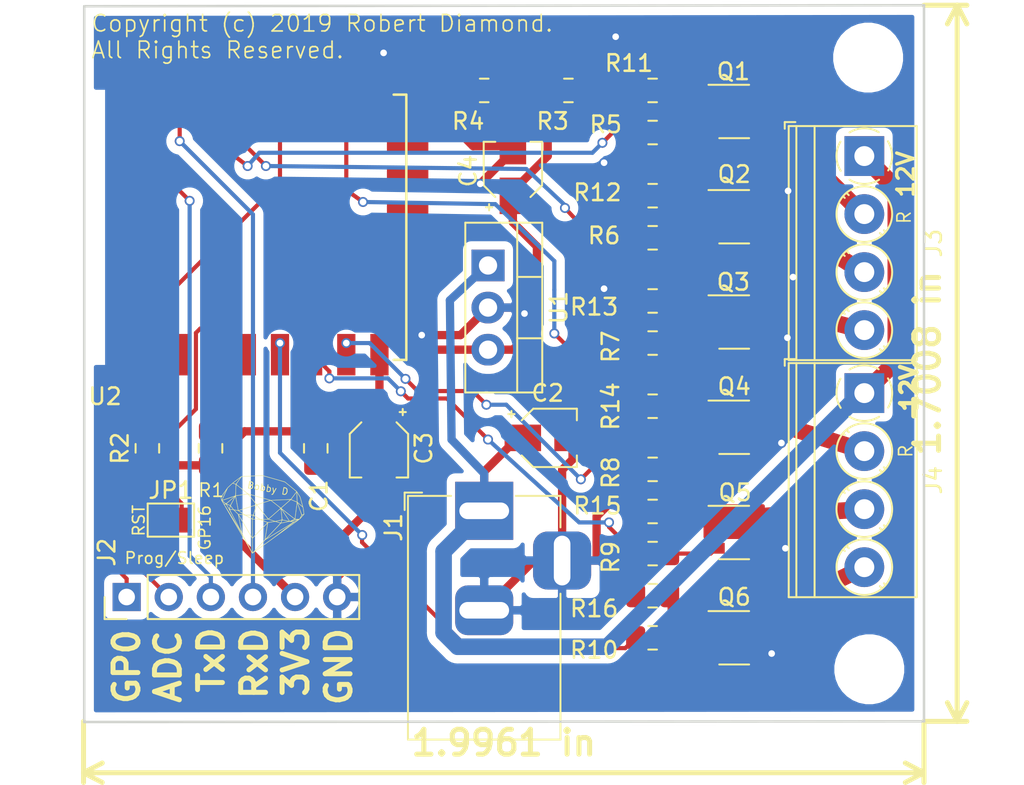
<source format=kicad_pcb>
(kicad_pcb (version 20171130) (host pcbnew 5.1.4-e60b266~84~ubuntu19.04.1)
  (layers (0 F.Cu signal) (31 B.Cu signal) (34 B.Paste user hide) (35 F.Paste user hide) (36 B.SilkS user) (37 F.SilkS user) (38 B.Mask user) (39 F.Mask user hide) (44 Edge.Cuts user))
  (net 0 "")
  (net 1 +3V3)
  (net 2 GND)
  (net 3 +12V)
  (net 4 ADC)
  (net 5 TxD)
  (net 6 RxD)
  (net 7 "Net-(J3-Pad4)")
  (net 8 "Net-(J3-Pad2)")
  (net 9 "Net-(J3-Pad3)")
  (net 10 "Net-(J4-Pad4)")
  (net 11 "Net-(J4-Pad2)")
  (net 12 "Net-(J4-Pad3)")
  (net 13 "Net-(R1-Pad2)")
  (net 14 GPIO0)
  (net 15 GPIO2)
  (net 16 Red1)
  (net 17 Green1)
  (net 18 Blue1)
  (net 19 Red2)
  (net 20 Green2)
  (net 21 Blue2)
  (net 22 "Net-(Q1-Pad3)")
  (net 23 "Net-(Q2-Pad3)")
  (net 24 "Net-(Q3-Pad3)")
  (net 25 "Net-(Q4-Pad3)")
  (net 26 "Net-(Q5-Pad3)")
  (net 27 "Net-(Q6-Pad3)")
  (net 28 "Net-(JP1-Pad2)")
  (net 29 "Net-(JP1-Pad1)")
  (module MountingHole:MountingHole_3.2mm_M3 (layer F.Cu) (at 189.6 100.96)
    (fp_text reference REF** hide)
    (fp_text value MountingHole_3.2mm_M3 hide)
    (pad 1 np_thru_hole circle (at 0 0) (size 3.2 3.2) (drill 3.2) (layers *.Cu *.Mask))
  )
  (module MountingHole:MountingHole_3.2mm_M3 (layer F.Cu) (at 189.53 64.06)
    (fp_text reference REF** hide)
    (fp_text value MountingHole_3.2mm_M3 hide)
    (pad 1 np_thru_hole circle (at 0 0) (size 3.2 3.2) (drill 3.2) (layers *.Cu *.Mask))
  )
  (module logo:diamond (layer F.Cu) (at 152.99 91.61)
    (fp_text reference G*** hide)
    (fp_text value LOGO hide)
  )
  (module Package_TO_SOT_SMD:SOT-23-6 (layer F.Cu) (at 181.45 67.31)
    (fp_text reference Q1 (at -0.05 -2.41) (layer F.SilkS))
    (fp_text value PMN20EN)
    (pad 5 smd rect (at 1.1 0) (size 1.06 0.65) (layers F.Cu F.Paste F.Mask) (net 8 "Net-(J3-Pad2)"))
    (pad 6 smd rect (at 1.1 -0.95) (size 1.06 0.65) (layers F.Cu F.Paste F.Mask) (net 8 "Net-(J3-Pad2)"))
    (pad 4 smd rect (at 1.1 0.95) (size 1.06 0.65) (layers F.Cu F.Paste F.Mask) (net 2 GND))
    (pad 3 smd rect (at -1.1 0.95) (size 1.06 0.65) (layers F.Cu F.Paste F.Mask) (net 22 "Net-(Q1-Pad3)"))
    (pad 2 smd rect (at -1.1 0) (size 1.06 0.65) (layers F.Cu F.Paste F.Mask) (net 8 "Net-(J3-Pad2)"))
    (pad 1 smd rect (at -1.1 -0.95) (size 1.06 0.65) (layers F.Cu F.Paste F.Mask) (net 8 "Net-(J3-Pad2)"))
  )
  (module Package_TO_SOT_SMD:SOT-23-6 (layer F.Cu) (at 181.45 73.66)
    (fp_text reference Q2 (at 0 -2.56) (layer F.SilkS))
    (fp_text value PMN20EN)
    (pad 5 smd rect (at 1.1 0) (size 1.06 0.65) (layers F.Cu F.Paste F.Mask) (net 9 "Net-(J3-Pad3)"))
    (pad 6 smd rect (at 1.1 -0.95) (size 1.06 0.65) (layers F.Cu F.Paste F.Mask) (net 9 "Net-(J3-Pad3)"))
    (pad 4 smd rect (at 1.1 0.95) (size 1.06 0.65) (layers F.Cu F.Paste F.Mask) (net 2 GND))
    (pad 3 smd rect (at -1.1 0.95) (size 1.06 0.65) (layers F.Cu F.Paste F.Mask) (net 23 "Net-(Q2-Pad3)"))
    (pad 2 smd rect (at -1.1 0) (size 1.06 0.65) (layers F.Cu F.Paste F.Mask) (net 9 "Net-(J3-Pad3)"))
    (pad 1 smd rect (at -1.1 -0.95) (size 1.06 0.65) (layers F.Cu F.Paste F.Mask) (net 9 "Net-(J3-Pad3)"))
  )
  (module Package_TO_SOT_SMD:SOT-23-6 (layer F.Cu) (at 181.45 80.01)
    (fp_text reference Q3 (at -0.05 -2.41) (layer F.SilkS))
    (fp_text value PMN20EN)
    (pad 5 smd rect (at 1.1 0) (size 1.06 0.65) (layers F.Cu F.Paste F.Mask) (net 7 "Net-(J3-Pad4)"))
    (pad 6 smd rect (at 1.1 -0.95) (size 1.06 0.65) (layers F.Cu F.Paste F.Mask) (net 7 "Net-(J3-Pad4)"))
    (pad 4 smd rect (at 1.1 0.95) (size 1.06 0.65) (layers F.Cu F.Paste F.Mask) (net 2 GND))
    (pad 3 smd rect (at -1.1 0.95) (size 1.06 0.65) (layers F.Cu F.Paste F.Mask) (net 24 "Net-(Q3-Pad3)"))
    (pad 2 smd rect (at -1.1 0) (size 1.06 0.65) (layers F.Cu F.Paste F.Mask) (net 7 "Net-(J3-Pad4)"))
    (pad 1 smd rect (at -1.1 -0.95) (size 1.06 0.65) (layers F.Cu F.Paste F.Mask) (net 7 "Net-(J3-Pad4)"))
  )
  (module Package_TO_SOT_SMD:SOT-23-6 (layer F.Cu) (at 181.45 86.36)
    (fp_text reference Q4 (at 0 -2.46) (layer F.SilkS))
    (fp_text value PMN20EN)
    (pad 5 smd rect (at 1.1 0) (size 1.06 0.65) (layers F.Cu F.Paste F.Mask) (net 11 "Net-(J4-Pad2)"))
    (pad 6 smd rect (at 1.1 -0.95) (size 1.06 0.65) (layers F.Cu F.Paste F.Mask) (net 11 "Net-(J4-Pad2)"))
    (pad 4 smd rect (at 1.1 0.95) (size 1.06 0.65) (layers F.Cu F.Paste F.Mask) (net 2 GND))
    (pad 3 smd rect (at -1.1 0.95) (size 1.06 0.65) (layers F.Cu F.Paste F.Mask) (net 25 "Net-(Q4-Pad3)"))
    (pad 2 smd rect (at -1.1 0) (size 1.06 0.65) (layers F.Cu F.Paste F.Mask) (net 11 "Net-(J4-Pad2)"))
    (pad 1 smd rect (at -1.1 -0.95) (size 1.06 0.65) (layers F.Cu F.Paste F.Mask) (net 11 "Net-(J4-Pad2)"))
  )
  (module Package_TO_SOT_SMD:SOT-23-6 (layer F.Cu) (at 181.45 92.71)
    (fp_text reference Q5 (at 0.05 -2.41) (layer F.SilkS))
    (fp_text value PMN20EN)
    (pad 5 smd rect (at 1.1 0) (size 1.06 0.65) (layers F.Cu F.Paste F.Mask) (net 12 "Net-(J4-Pad3)"))
    (pad 6 smd rect (at 1.1 -0.95) (size 1.06 0.65) (layers F.Cu F.Paste F.Mask) (net 12 "Net-(J4-Pad3)"))
    (pad 4 smd rect (at 1.1 0.95) (size 1.06 0.65) (layers F.Cu F.Paste F.Mask) (net 2 GND))
    (pad 3 smd rect (at -1.1 0.95) (size 1.06 0.65) (layers F.Cu F.Paste F.Mask) (net 26 "Net-(Q5-Pad3)"))
    (pad 2 smd rect (at -1.1 0) (size 1.06 0.65) (layers F.Cu F.Paste F.Mask) (net 12 "Net-(J4-Pad3)"))
    (pad 1 smd rect (at -1.1 -0.95) (size 1.06 0.65) (layers F.Cu F.Paste F.Mask) (net 12 "Net-(J4-Pad3)"))
  )
  (module Package_TO_SOT_SMD:SOT-23-6 (layer F.Cu) (at 181.45 99.06)
    (fp_text reference Q6 (at 0 -2.46) (layer F.SilkS))
    (fp_text value PMN20EN)
    (pad 5 smd rect (at 1.1 0) (size 1.06 0.65) (layers F.Cu F.Paste F.Mask) (net 10 "Net-(J4-Pad4)"))
    (pad 6 smd rect (at 1.1 -0.95) (size 1.06 0.65) (layers F.Cu F.Paste F.Mask) (net 10 "Net-(J4-Pad4)"))
    (pad 4 smd rect (at 1.1 0.95) (size 1.06 0.65) (layers F.Cu F.Paste F.Mask) (net 2 GND))
    (pad 3 smd rect (at -1.1 0.95) (size 1.06 0.65) (layers F.Cu F.Paste F.Mask) (net 27 "Net-(Q6-Pad3)"))
    (pad 2 smd rect (at -1.1 0) (size 1.06 0.65) (layers F.Cu F.Paste F.Mask) (net 10 "Net-(J4-Pad4)"))
    (pad 1 smd rect (at -1.1 -0.95) (size 1.06 0.65) (layers F.Cu F.Paste F.Mask) (net 10 "Net-(J4-Pad4)"))
  )
  (module Capacitor_SMD:C_0805_2012Metric_Pad1.15x1.40mm_HandSolder (layer F.Cu) (at 156.21 87.63 270)
    (fp_text reference C1 (at 2.87 -0.19 270) (layer F.SilkS))
    (fp_text value .1uf)
    (pad 2 smd roundrect (at 1.025 0 270) (size 1.15 1.4) (layers F.Cu F.Paste F.Mask) (roundrect_rratio 0.217391) (net 2 GND))
    (pad 1 smd roundrect (at -1.025 0 270) (size 1.15 1.4) (layers F.Cu F.Paste F.Mask) (roundrect_rratio 0.217391) (net 1 +3V3))
  )
  (module Resistor_SMD:R_0805_2012Metric_Pad1.15x1.40mm_HandSolder (layer F.Cu) (at 149.86 87.63 90)
    (fp_text reference R1 (at -2.53 0.04 180) (layer F.SilkS) (effects (font (size 0.8 0.8) (thickness 0.1))))
    (fp_text value 10k)
    (pad 2 smd roundrect (at 1.025 0 90) (size 1.15 1.4) (layers F.Cu F.Paste F.Mask) (roundrect_rratio 0.217391) (net 13 "Net-(R1-Pad2)"))
    (pad 1 smd roundrect (at -1.025 0 90) (size 1.15 1.4) (layers F.Cu F.Paste F.Mask) (roundrect_rratio 0.217391) (net 1 +3V3))
  )
  (module Resistor_SMD:R_0805_2012Metric_Pad1.15x1.40mm_HandSolder (layer F.Cu) (at 146.05 87.63 90)
    (fp_text reference R2 (at 0 -1.65 90) (layer F.SilkS))
    (fp_text value 10k)
    (pad 2 smd roundrect (at 1.025 0 90) (size 1.15 1.4) (layers F.Cu F.Paste F.Mask) (roundrect_rratio 0.217391) (net 29 "Net-(JP1-Pad1)"))
    (pad 1 smd roundrect (at -1.025 0 90) (size 1.15 1.4) (layers F.Cu F.Paste F.Mask) (roundrect_rratio 0.217391) (net 1 +3V3))
  )
  (module Resistor_SMD:R_0805_2012Metric_Pad1.15x1.40mm_HandSolder (layer F.Cu) (at 171.45 66.04 180)
    (fp_text reference R3 (at 0.95 -1.86 180) (layer F.SilkS))
    (fp_text value 10k)
    (pad 2 smd roundrect (at 1.025 0 180) (size 1.15 1.4) (layers F.Cu F.Paste F.Mask) (roundrect_rratio 0.217391) (net 14 GPIO0))
    (pad 1 smd roundrect (at -1.025 0 180) (size 1.15 1.4) (layers F.Cu F.Paste F.Mask) (roundrect_rratio 0.217391) (net 1 +3V3))
  )
  (module Resistor_SMD:R_0805_2012Metric_Pad1.15x1.40mm_HandSolder (layer F.Cu) (at 166.37 66.04 180)
    (fp_text reference R4 (at 0.97 -1.86 180) (layer F.SilkS))
    (fp_text value 10k)
    (pad 2 smd roundrect (at 1.025 0 180) (size 1.15 1.4) (layers F.Cu F.Paste F.Mask) (roundrect_rratio 0.217391) (net 15 GPIO2))
    (pad 1 smd roundrect (at -1.025 0 180) (size 1.15 1.4) (layers F.Cu F.Paste F.Mask) (roundrect_rratio 0.217391) (net 1 +3V3))
  )
  (module Resistor_SMD:R_0805_2012Metric_Pad1.15x1.40mm_HandSolder (layer F.Cu) (at 176.53 68.58)
    (fp_text reference R5 (at -2.83 -0.48) (layer F.SilkS))
    (fp_text value 100R)
    (pad 2 smd roundrect (at 1.025 0) (size 1.15 1.4) (layers F.Cu F.Paste F.Mask) (roundrect_rratio 0.217391) (net 22 "Net-(Q1-Pad3)"))
    (pad 1 smd roundrect (at -1.025 0) (size 1.15 1.4) (layers F.Cu F.Paste F.Mask) (roundrect_rratio 0.217391) (net 16 Red1))
  )
  (module Resistor_SMD:R_0805_2012Metric_Pad1.15x1.40mm_HandSolder (layer F.Cu) (at 176.53 74.93)
    (fp_text reference R6 (at -2.93 -0.13) (layer F.SilkS))
    (fp_text value 100R)
    (pad 2 smd roundrect (at 1.025 0) (size 1.15 1.4) (layers F.Cu F.Paste F.Mask) (roundrect_rratio 0.217391) (net 23 "Net-(Q2-Pad3)"))
    (pad 1 smd roundrect (at -1.025 0) (size 1.15 1.4) (layers F.Cu F.Paste F.Mask) (roundrect_rratio 0.217391) (net 17 Green1))
  )
  (module Resistor_SMD:R_0805_2012Metric_Pad1.15x1.40mm_HandSolder (layer F.Cu) (at 176.53 81.28)
    (fp_text reference R7 (at -2.53 0.22 90) (layer F.SilkS))
    (fp_text value 100R)
    (pad 2 smd roundrect (at 1.025 0) (size 1.15 1.4) (layers F.Cu F.Paste F.Mask) (roundrect_rratio 0.217391) (net 24 "Net-(Q3-Pad3)"))
    (pad 1 smd roundrect (at -1.025 0) (size 1.15 1.4) (layers F.Cu F.Paste F.Mask) (roundrect_rratio 0.217391) (net 18 Blue1))
  )
  (module Resistor_SMD:R_0805_2012Metric_Pad1.15x1.40mm_HandSolder (layer F.Cu) (at 176.53 88.9)
    (fp_text reference R8 (at -2.53 0.2 90) (layer F.SilkS))
    (fp_text value 100R)
    (pad 2 smd roundrect (at 1.025 0) (size 1.15 1.4) (layers F.Cu F.Paste F.Mask) (roundrect_rratio 0.217391) (net 25 "Net-(Q4-Pad3)"))
    (pad 1 smd roundrect (at -1.025 0) (size 1.15 1.4) (layers F.Cu F.Paste F.Mask) (roundrect_rratio 0.217391) (net 19 Red2))
  )
  (module Resistor_SMD:R_0805_2012Metric_Pad1.15x1.40mm_HandSolder (layer F.Cu) (at 176.53 93.98)
    (fp_text reference R9 (at -2.53 0.22 90) (layer F.SilkS))
    (fp_text value 100R)
    (pad 2 smd roundrect (at 1.025 0) (size 1.15 1.4) (layers F.Cu F.Paste F.Mask) (roundrect_rratio 0.217391) (net 26 "Net-(Q5-Pad3)"))
    (pad 1 smd roundrect (at -1.025 0) (size 1.15 1.4) (layers F.Cu F.Paste F.Mask) (roundrect_rratio 0.217391) (net 20 Green2))
  )
  (module Resistor_SMD:R_0805_2012Metric_Pad1.15x1.40mm_HandSolder (layer F.Cu) (at 176.53 99.06)
    (fp_text reference R10 (at -3.53 0.74) (layer F.SilkS))
    (fp_text value 100R)
    (pad 2 smd roundrect (at 1.025 0) (size 1.15 1.4) (layers F.Cu F.Paste F.Mask) (roundrect_rratio 0.217391) (net 27 "Net-(Q6-Pad3)"))
    (pad 1 smd roundrect (at -1.025 0) (size 1.15 1.4) (layers F.Cu F.Paste F.Mask) (roundrect_rratio 0.217391) (net 21 Blue2))
  )
  (module Resistor_SMD:R_0805_2012Metric_Pad1.15x1.40mm_HandSolder (layer F.Cu) (at 176.53 66.04 180)
    (fp_text reference R11 (at 1.43 1.64 180) (layer F.SilkS))
    (fp_text value 10k)
    (pad 2 smd roundrect (at 1.025 0 180) (size 1.15 1.4) (layers F.Cu F.Paste F.Mask) (roundrect_rratio 0.217391) (net 2 GND))
    (pad 1 smd roundrect (at -1.025 0 180) (size 1.15 1.4) (layers F.Cu F.Paste F.Mask) (roundrect_rratio 0.217391) (net 22 "Net-(Q1-Pad3)"))
  )
  (module Resistor_SMD:R_0805_2012Metric_Pad1.15x1.40mm_HandSolder (layer F.Cu) (at 176.53 72.39 180)
    (fp_text reference R12 (at 3.33 0.19 180) (layer F.SilkS))
    (fp_text value 10k)
    (pad 2 smd roundrect (at 1.025 0 180) (size 1.15 1.4) (layers F.Cu F.Paste F.Mask) (roundrect_rratio 0.217391) (net 2 GND))
    (pad 1 smd roundrect (at -1.025 0 180) (size 1.15 1.4) (layers F.Cu F.Paste F.Mask) (roundrect_rratio 0.217391) (net 23 "Net-(Q2-Pad3)"))
  )
  (module Resistor_SMD:R_0805_2012Metric_Pad1.15x1.40mm_HandSolder (layer F.Cu) (at 176.53 78.74 180)
    (fp_text reference R13 (at 3.53 -0.36 180) (layer F.SilkS))
    (fp_text value 10k)
    (pad 2 smd roundrect (at 1.025 0 180) (size 1.15 1.4) (layers F.Cu F.Paste F.Mask) (roundrect_rratio 0.217391) (net 2 GND))
    (pad 1 smd roundrect (at -1.025 0 180) (size 1.15 1.4) (layers F.Cu F.Paste F.Mask) (roundrect_rratio 0.217391) (net 24 "Net-(Q3-Pad3)"))
  )
  (module Resistor_SMD:R_0805_2012Metric_Pad1.15x1.40mm_HandSolder (layer F.Cu) (at 176.53 85.09 180)
    (fp_text reference R14 (at 2.53 -0.01 270) (layer F.SilkS))
    (fp_text value 10k)
    (pad 2 smd roundrect (at 1.025 0 180) (size 1.15 1.4) (layers F.Cu F.Paste F.Mask) (roundrect_rratio 0.217391) (net 2 GND))
    (pad 1 smd roundrect (at -1.025 0 180) (size 1.15 1.4) (layers F.Cu F.Paste F.Mask) (roundrect_rratio 0.217391) (net 25 "Net-(Q4-Pad3)"))
  )
  (module Resistor_SMD:R_0805_2012Metric_Pad1.15x1.40mm_HandSolder (layer F.Cu) (at 176.53 91.44 180)
    (fp_text reference R15 (at 3.33 0.34 180) (layer F.SilkS))
    (fp_text value 10k)
    (pad 2 smd roundrect (at 1.025 0 180) (size 1.15 1.4) (layers F.Cu F.Paste F.Mask) (roundrect_rratio 0.217391) (net 2 GND))
    (pad 1 smd roundrect (at -1.025 0 180) (size 1.15 1.4) (layers F.Cu F.Paste F.Mask) (roundrect_rratio 0.217391) (net 26 "Net-(Q5-Pad3)"))
  )
  (module Resistor_SMD:R_0805_2012Metric_Pad1.15x1.40mm_HandSolder (layer F.Cu) (at 176.53 96.52 180)
    (fp_text reference R16 (at 3.53 -0.78 180) (layer F.SilkS))
    (fp_text value 10k)
    (pad 2 smd roundrect (at 1.025 0 180) (size 1.15 1.4) (layers F.Cu F.Paste F.Mask) (roundrect_rratio 0.217391) (net 2 GND))
    (pad 1 smd roundrect (at -1.025 0 180) (size 1.15 1.4) (layers F.Cu F.Paste F.Mask) (roundrect_rratio 0.217391) (net 27 "Net-(Q6-Pad3)"))
  )
  (module Connector_PinHeader_2.54mm:PinHeader_1x06_P2.54mm_Vertical (layer F.Cu) (at 144.8 96.6 90)
    (fp_text reference J2 (at 2.7 -1.2 90) (layer F.SilkS))
    (fp_text value Conn_01x06_Female hide)
    (pad 6 thru_hole oval (at 0 12.7 90) (size 1.7 1.7) (drill 1) (layers *.Cu *.Mask) (net 2 GND))
    (pad 5 thru_hole oval (at 0 10.16 90) (size 1.7 1.7) (drill 1) (layers *.Cu *.Mask) (net 1 +3V3))
    (pad 4 thru_hole oval (at 0 7.62 90) (size 1.7 1.7) (drill 1) (layers *.Cu *.Mask) (net 6 RxD))
    (pad 3 thru_hole oval (at 0 5.08 90) (size 1.7 1.7) (drill 1) (layers *.Cu *.Mask) (net 5 TxD))
    (pad 2 thru_hole oval (at 0 2.54 90) (size 1.7 1.7) (drill 1) (layers *.Cu *.Mask) (net 4 ADC))
    (pad 1 thru_hole rect (at 0 0 90) (size 1.7 1.7) (drill 1) (layers *.Cu *.Mask) (net 14 GPIO0))
  )
  (module Connector_BarrelJack:BarrelJack_Horizontal (layer F.Cu) (at 166.37 91.4 90)
    (fp_text reference J1 (at -1 -5.47 90) (layer F.SilkS))
    (fp_text value Barrel_Jack)
    (pad 3 thru_hole roundrect (at -3 4.7 90) (size 3.5 3.5) (drill oval 3 1) (layers *.Cu *.Mask) (net 2 GND))
    (pad 2 thru_hole roundrect (at -6 0 90) (size 3 3.5) (drill oval 1 3) (layers *.Cu *.Mask) (net 2 GND))
    (pad 1 thru_hole rect (at 0 0 90) (size 3.5 3.5) (drill oval 1 3) (layers *.Cu *.Mask) (net 3 +12V))
  )
  (module Package_TO_SOT_THT:TO-220-3_Vertical (layer F.Cu) (at 166.6 76.6 270)
    (fp_text reference U1 (at 2.54 -4.27 270) (layer F.SilkS))
    (fp_text value LM7805_TO220)
    (pad 3 thru_hole oval (at 5.08 0 270) (size 1.905 2) (drill 1.1) (layers *.Cu *.Mask) (net 1 +3V3))
    (pad 2 thru_hole oval (at 2.54 0 270) (size 1.905 2) (drill 1.1) (layers *.Cu *.Mask) (net 2 GND))
    (pad 1 thru_hole rect (at 0 0 270) (size 1.905 2) (drill 1.1) (layers *.Cu *.Mask) (net 3 +12V))
  )
  (module Capacitor_SMD:CP_Elec_3x5.4 (layer F.Cu) (at 170.2 87)
    (fp_text reference C2 (at 0 -2.7) (layer F.SilkS))
    (fp_text value 1uf)
    (pad 2 smd rect (at 1.5 0) (size 2.2 1.6) (layers F.Cu F.Paste F.Mask) (net 2 GND))
    (pad 1 smd rect (at -1.5 0) (size 2.2 1.6) (layers F.Cu F.Paste F.Mask) (net 3 +12V))
  )
  (module Capacitor_SMD:CP_Elec_3x5.4 (layer F.Cu) (at 160.02 87.63 270)
    (fp_text reference C3 (at 0 -2.7 270) (layer F.SilkS))
    (fp_text value 10uf)
    (pad 2 smd rect (at 1.5 0 270) (size 2.2 1.6) (layers F.Cu F.Paste F.Mask) (net 2 GND))
    (pad 1 smd rect (at -1.5 0 270) (size 2.2 1.6) (layers F.Cu F.Paste F.Mask) (net 1 +3V3))
  )
  (module Capacitor_SMD:CP_Elec_3x5.4 (layer F.Cu) (at 168.1 70.9 90)
    (fp_text reference C4 (at 0 -2.7 90) (layer F.SilkS))
    (fp_text value 2.2uf)
    (pad 2 smd rect (at 1.5 0 90) (size 2.2 1.6) (layers F.Cu F.Paste F.Mask) (net 2 GND))
    (pad 1 smd rect (at -1.5 0 90) (size 2.2 1.6) (layers F.Cu F.Paste F.Mask) (net 1 +3V3))
  )
  (module ESP8266:ESP-12E_SMD (layer F.Cu) (at 146.05 81.28 90)
    (fp_text reference U2 (at -3.22 -2.55 180) (layer F.SilkS))
    (fp_text value ESP-12Q hide)
    (pad 1 smd rect (at 0 0 90) (size 2.5 1.1) (drill (offset -0.7 0)) (layers F.Cu F.Paste F.Mask) (net 29 "Net-(JP1-Pad1)"))
    (pad 2 smd rect (at 0 2 90) (size 2.5 1.1) (drill (offset -0.7 0)) (layers F.Cu F.Paste F.Mask) (net 4 ADC))
    (pad 3 smd rect (at 0 4 90) (size 2.5 1.1) (drill (offset -0.7 0)) (layers F.Cu F.Paste F.Mask) (net 13 "Net-(R1-Pad2)"))
    (pad 4 smd rect (at 0 6 90) (size 2.5 1.1) (drill (offset -0.7 0)) (layers F.Cu F.Paste F.Mask) (net 28 "Net-(JP1-Pad2)"))
    (pad 5 smd rect (at 0 8 90) (size 2.5 1.1) (drill (offset -0.7 0)) (layers F.Cu F.Paste F.Mask) (net 21 Blue2))
    (pad 6 smd rect (at 0 10 90) (size 2.5 1.1) (drill (offset -0.7 0)) (layers F.Cu F.Paste F.Mask) (net 20 Green2))
    (pad 7 smd rect (at 0 12 90) (size 2.5 1.1) (drill (offset -0.7 0)) (layers F.Cu F.Paste F.Mask) (net 19 Red2))
    (pad 8 smd rect (at 0 14 90) (size 2.5 1.1) (drill (offset -0.7 0)) (layers F.Cu F.Paste F.Mask) (net 1 +3V3))
    (pad 9 smd rect (at 14 14 90) (size 2.5 1.1) (drill (offset 0.7 0)) (layers F.Cu F.Paste F.Mask) (net 2 GND))
    (pad 10 smd rect (at 14 12 90) (size 2.5 1.1) (drill (offset 0.7 0)) (layers F.Cu F.Paste F.Mask) (net 18 Blue1))
    (pad 11 smd rect (at 14 10 90) (size 2.5 1.1) (drill (offset 0.7 0)) (layers F.Cu F.Paste F.Mask) (net 15 GPIO2))
    (pad 12 smd rect (at 14 8 90) (size 2.5 1.1) (drill (offset 0.7 0)) (layers F.Cu F.Paste F.Mask) (net 14 GPIO0))
    (pad 13 smd rect (at 14 6 90) (size 2.5 1.1) (drill (offset 0.7 0)) (layers F.Cu F.Paste F.Mask) (net 17 Green1))
    (pad 14 smd rect (at 14 4 90) (size 2.5 1.1) (drill (offset 0.7 0)) (layers F.Cu F.Paste F.Mask) (net 16 Red1))
    (pad 15 smd rect (at 14 2 90) (size 2.5 1.1) (drill (offset 0.7 0)) (layers F.Cu F.Paste F.Mask) (net 6 RxD))
    (pad 16 smd rect (at 14 0 90) (size 2.5 1.1) (drill (offset 0.7 0)) (layers F.Cu F.Paste F.Mask) (net 5 TxD))
    (pad 17 smd rect (at 1.99 15 180) (size 2.5 1.1) (drill (offset -0.7 0)) (layers F.Cu F.Paste F.Mask))
    (pad 18 smd rect (at 3.99 15 180) (size 2.5 1.1) (drill (offset -0.7 0)) (layers F.Cu F.Paste F.Mask))
    (pad 19 smd rect (at 5.99 15 180) (size 2.5 1.1) (drill (offset -0.7 0)) (layers F.Cu F.Paste F.Mask))
    (pad 20 smd rect (at 7.99 15 180) (size 2.5 1.1) (drill (offset -0.7 0)) (layers F.Cu F.Paste F.Mask))
    (pad 21 smd rect (at 9.99 15 180) (size 2.5 1.1) (drill (offset -0.7 0)) (layers F.Cu F.Paste F.Mask))
    (pad 22 smd rect (at 11.99 15 180) (size 2.5 1.1) (drill (offset -0.7 0)) (layers F.Cu F.Paste F.Mask))
  )
  (module TerminalBlock_Phoenix:TerminalBlock_Phoenix_PT-1,5-4-3.5-H_1x04_P3.50mm_Horizontal (layer F.Cu) (at 189.3 70 270)
    (fp_text reference J3 (at 5.25 -4.16 270) (layer F.SilkS))
    (fp_text value Screw_Terminal_01x04 hide)
    (pad 1 thru_hole rect (at 0 0 270) (size 2.4 2.4) (drill 1.2) (layers *.Cu *.Mask) (net 3 +12V))
    (pad 2 thru_hole circle (at 3.5 0 270) (size 2.4 2.4) (drill 1.2) (layers *.Cu *.Mask) (net 8 "Net-(J3-Pad2)"))
    (pad 3 thru_hole circle (at 7 0 270) (size 2.4 2.4) (drill 1.2) (layers *.Cu *.Mask) (net 9 "Net-(J3-Pad3)"))
    (pad 4 thru_hole circle (at 10.5 0 270) (size 2.4 2.4) (drill 1.2) (layers *.Cu *.Mask) (net 7 "Net-(J3-Pad4)"))
  )
  (module TerminalBlock_Phoenix:TerminalBlock_Phoenix_PT-1,5-4-3.5-H_1x04_P3.50mm_Horizontal (layer F.Cu) (at 189.3 84.3 270)
    (fp_text reference J4 (at 5.25 -4.16 270) (layer F.SilkS))
    (fp_text value Screw_Terminal_01x04 hide)
    (pad 4 thru_hole circle (at 10.5 0 270) (size 2.4 2.4) (drill 1.2) (layers *.Cu *.Mask) (net 10 "Net-(J4-Pad4)"))
    (pad 3 thru_hole circle (at 7 0 270) (size 2.4 2.4) (drill 1.2) (layers *.Cu *.Mask) (net 12 "Net-(J4-Pad3)"))
    (pad 2 thru_hole circle (at 3.5 0 270) (size 2.4 2.4) (drill 1.2) (layers *.Cu *.Mask) (net 11 "Net-(J4-Pad2)"))
    (pad 1 thru_hole rect (at 0 0 270) (size 2.4 2.4) (drill 1.2) (layers *.Cu *.Mask) (net 3 +12V))
  )
  (module Jumper:SolderJumper-2_P1.3mm_Open_Pad1.0x1.5mm (layer F.Cu) (at 147.47 91.96)
    (fp_text reference JP1 (at 0 -1.8) (layer F.SilkS))
    (fp_text value Jumper hide)
    (pad 2 smd rect (at 0.65 0) (size 1 1.5) (layers F.Cu F.Mask) (net 28 "Net-(JP1-Pad2)"))
    (pad 1 smd rect (at -0.65 0) (size 1 1.5) (layers F.Cu F.Mask) (net 29 "Net-(JP1-Pad1)"))
  )
  (gr_text GP16 (at 149.51 92.42 90) (layer F.SilkS) (effects (font (size 0.7 0.7) (thickness 0.1))))
  (gr_text RST (at 145.53 91.99 90) (layer F.SilkS) (effects (font (size 0.7 0.7) (thickness 0.1))))
  (gr_text Prog/Sleep (at 147.68 94.25) (layer F.SilkS) (effects (font (size 0.7 0.7) (thickness 0.1))))
  (gr_text "Bobby D" (at 153.32 90.05 -10) (layer F.SilkS) (effects (font (size 0.4 0.4) (thickness 0.05))))
  (dimension 43.2 (width 0.3) (layer F.SilkS) (gr_text "43.200 mm" (at 197 82.5 270) (layer F.SilkS) (effects (font (size 1.5 1.5) (thickness 0.3)))) (feature1 (pts (xy 192.9 104.1) (xy 195.486421 104.1))) (feature2 (pts (xy 192.9 60.9) (xy 195.486421 60.9))) (crossbar (pts (xy 194.9 60.9) (xy 194.9 104.1))) (arrow1a (pts (xy 194.9 104.1) (xy 194.313579 102.973496))) (arrow1b (pts (xy 194.9 104.1) (xy 195.486421 102.973496))) (arrow2a (pts (xy 194.9 60.9) (xy 194.313579 62.026504))) (arrow2b (pts (xy 194.9 60.9) (xy 195.486421 62.026504))))
  (dimension 50.7 (width 0.3) (layer F.SilkS) (gr_text "50.700 mm" (at 167.55 109.3) (layer F.SilkS) (effects (font (size 1.5 1.5) (thickness 0.3)))) (feature1 (pts (xy 192.9 104.1) (xy 192.9 107.786421))) (feature2 (pts (xy 142.2 104.1) (xy 142.2 107.786421))) (crossbar (pts (xy 142.2 107.2) (xy 192.9 107.2))) (arrow1a (pts (xy 192.9 107.2) (xy 191.773496 107.786421))) (arrow1b (pts (xy 192.9 107.2) (xy 191.773496 106.613579))) (arrow2a (pts (xy 142.2 107.2) (xy 143.326504 107.786421))) (arrow2b (pts (xy 142.2 107.2) (xy 143.326504 106.613579))))
  (gr_text R (at 191.8 87.8 90) (layer F.SilkS) (effects (font (size 0.8 0.8) (thickness 0.1))))
  (gr_text R (at 191.7 73.7 90) (layer F.SilkS) (effects (font (size 0.8 0.8) (thickness 0.1))))
  (gr_text "Copyright (c) 2019 Robert Diamond.\nAll Rights Reserved." (at 142.6 62.8) (layer F.SilkS) (effects (font (size 1 1) (thickness 0.1)) (justify left)))
  (gr_line (start 142.24 60.96) (end 192.9 60.9) (angle 90) (layer Edge.Cuts) (width 0.15))
  (gr_text GP0 (at 144.8 100.8 90) (layer F.SilkS) (effects (font (size 1.5 1.5) (thickness 0.3))))
  (gr_text 12V (at 191.8 71.1 90) (layer F.SilkS) (effects (font (size 1 1) (thickness 0.2))))
  (gr_text 12V (at 192 84 90) (layer F.SilkS) (effects (font (size 1 1) (thickness 0.25))))
  (gr_text GND (at 157.6 100.8 90) (layer F.SilkS) (effects (font (size 1.5 1.5) (thickness 0.3))))
  (gr_text 3V3 (at 155 100.5 90) (layer F.SilkS) (effects (font (size 1.5 1.5) (thickness 0.3))))
  (gr_text TxD (at 149.9 100.4 90) (layer F.SilkS) (effects (font (size 1.5 1.5) (thickness 0.3))))
  (gr_text RxD (at 152.5 100.6 90) (layer F.SilkS) (effects (font (size 1.5 1.5) (thickness 0.3))))
  (gr_text ADC (at 147.3 100.8 90) (layer F.SilkS) (effects (font (size 1.5 1.5) (thickness 0.3))))
  (gr_line (start 142.24 104.14) (end 142.24 60.96) (angle 90) (layer Edge.Cuts) (width 0.15))
  (gr_line (start 192.9 104.1) (end 142.24 104.14) (angle 90) (layer Edge.Cuts) (width 0.15))
  (gr_line (start 192.9 60.9) (end 192.9 104.1) (angle 90) (layer Edge.Cuts) (width 0.15))
  (segment (start 168.018372 66.663372) (end 167.395 66.04) (width 0.5) (layer F.Cu) (net 1))
  (segment (start 168.54501 67.19001) (end 168.018372 66.663372) (width 0.5) (layer F.Cu) (net 1))
  (segment (start 171.32499 67.19001) (end 168.54501 67.19001) (width 0.5) (layer F.Cu) (net 1))
  (segment (start 172.475 66.04) (end 171.32499 67.19001) (width 0.5) (layer F.Cu) (net 1))
  (segment (start 167.395 66.04) (end 170.2 68.845) (width 0.5) (layer F.Cu) (net 1))
  (segment (start 168.1 72.1) (end 168.1 72.4) (width 0.5) (layer F.Cu) (net 1))
  (segment (start 170.2 70) (end 168.1 72.1) (width 0.5) (layer F.Cu) (net 1))
  (segment (start 170.2 68.845) (end 170.2 70) (width 0.5) (layer F.Cu) (net 1))
  (segment (start 166.6 81.68) (end 161.77 81.68) (width 0.5) (layer F.Cu) (net 1))
  (segment (start 169.550002 75.450002) (end 168.1 74) (width 0.5) (layer F.Cu) (net 1))
  (segment (start 166.6 81.68) (end 168.1 81.68) (width 0.5) (layer F.Cu) (net 1))
  (segment (start 169.550002 80.229998) (end 169.550002 75.450002) (width 0.5) (layer F.Cu) (net 1))
  (segment (start 168.1 81.68) (end 169.550002 80.229998) (width 0.5) (layer F.Cu) (net 1))
  (segment (start 168.1 74) (end 168.1 72.4) (width 0.5) (layer F.Cu) (net 1))
  (segment (start 146.05 88.655) (end 149.86 88.655) (width 0.5) (layer F.Cu) (net 1))
  (segment (start 149.86 91.5) (end 154.96 96.6) (width 0.5) (layer F.Cu) (net 1))
  (segment (start 149.86 88.655) (end 149.86 91.5) (width 0.5) (layer F.Cu) (net 1))
  (segment (start 151.91 86.605) (end 149.86 88.655) (width 0.5) (layer F.Cu) (net 1))
  (segment (start 156.21 86.605) (end 151.91 86.605) (width 0.5) (layer F.Cu) (net 1))
  (segment (start 159.545 86.605) (end 160.02 86.13) (width 0.5) (layer F.Cu) (net 1))
  (segment (start 156.21 86.605) (end 159.545 86.605) (width 0.5) (layer F.Cu) (net 1))
  (segment (start 161.37 81.28) (end 161.77 81.68) (width 0.5) (layer F.Cu) (net 1))
  (segment (start 160.05 81.28) (end 161.37 81.28) (width 0.5) (layer F.Cu) (net 1))
  (segment (start 160.05 86.1) (end 160.02 86.13) (width 0.5) (layer F.Cu) (net 1))
  (segment (start 160.05 81.28) (end 160.05 86.1) (width 0.5) (layer F.Cu) (net 1))
  (segment (start 160.53 66.8) (end 160.05 67.28) (width 0.5) (layer F.Cu) (net 2))
  (segment (start 163.1 66.8) (end 160.53 66.8) (width 0.5) (layer F.Cu) (net 2))
  (via (at 160.3 63.77499) (size 0.6) (drill 0.4) (layers F.Cu B.Cu) (net 2))
  (segment (start 160.05 67.28) (end 160.3 67.03) (width 0.5) (layer F.Cu) (net 2))
  (segment (start 160.3 67.03) (end 160.3 63.77499) (width 0.5) (layer F.Cu) (net 2))
  (segment (start 182.55 74.85) (end 185 77.3) (width 0.5) (layer F.Cu) (net 2))
  (segment (start 182.55 80.96) (end 184.66 80.96) (width 0.5) (layer F.Cu) (net 2))
  (segment (start 182.55 93.66) (end 184.54 93.66) (width 0.5) (layer F.Cu) (net 2))
  (segment (start 182.55 100.01) (end 183.71 100.01) (width 0.5) (layer F.Cu) (net 2))
  (segment (start 173.385 94.4) (end 175.505 96.52) (width 0.5) (layer F.Cu) (net 2))
  (segment (start 171.07 94.4) (end 173.385 94.4) (width 0.5) (layer F.Cu) (net 2))
  (segment (start 169.37 94.4) (end 171.07 94.4) (width 0.5) (layer F.Cu) (net 2))
  (segment (start 166.37 97.4) (end 169.37 94.4) (width 0.5) (layer F.Cu) (net 2))
  (segment (start 173.595 87) (end 175.505 85.09) (width 0.5) (layer F.Cu) (net 2))
  (segment (start 171.7 87) (end 173.595 87) (width 0.5) (layer F.Cu) (net 2))
  (segment (start 182.55 87.31) (end 184.3 87.31) (width 0.5) (layer F.Cu) (net 2))
  (segment (start 165.7 69.4) (end 168.1 69.4) (width 0.5) (layer F.Cu) (net 2))
  (segment (start 163.1 66.8) (end 165.7 69.4) (width 0.5) (layer F.Cu) (net 2))
  (via (at 173.6 78) (size 0.6) (drill 0.4) (layers F.Cu B.Cu) (net 2))
  (segment (start 174.34 78.74) (end 173.6 78) (width 0.5) (layer F.Cu) (net 2))
  (segment (start 175.505 78.74) (end 174.34 78.74) (width 0.5) (layer F.Cu) (net 2))
  (via (at 173.6 70.4) (size 0.6) (drill 0.4) (layers F.Cu B.Cu) (net 2))
  (segment (start 175.505 72.305) (end 173.6 70.4) (width 0.5) (layer F.Cu) (net 2))
  (segment (start 175.505 72.39) (end 175.505 72.305) (width 0.5) (layer F.Cu) (net 2))
  (via (at 174.3 62.8) (size 0.6) (drill 0.4) (layers F.Cu B.Cu) (net 2))
  (segment (start 175.505 64.005) (end 174.3 62.8) (width 0.5) (layer F.Cu) (net 2))
  (segment (start 175.505 66.04) (end 175.505 64.005) (width 0.5) (layer F.Cu) (net 2))
  (segment (start 171.07 88.93) (end 171.07 94.4) (width 0.5) (layer F.Cu) (net 2))
  (segment (start 171.7 87) (end 171.7 88.3) (width 0.5) (layer F.Cu) (net 2))
  (segment (start 171.7 88.3) (end 171.07 88.93) (width 0.5) (layer F.Cu) (net 2))
  (segment (start 173.149998 94.164998) (end 173.149998 91.739998) (width 0.5) (layer F.Cu) (net 2))
  (segment (start 173.385 94.4) (end 173.149998 94.164998) (width 0.5) (layer F.Cu) (net 2))
  (segment (start 173.149998 91.739998) (end 174.073368 90.816628) (width 0.5) (layer F.Cu) (net 2))
  (segment (start 174.073368 90.816628) (end 174.881628 90.816628) (width 0.5) (layer F.Cu) (net 2))
  (segment (start 174.881628 90.816628) (end 175.505 91.44) (width 0.5) (layer F.Cu) (net 2))
  (segment (start 182.55 69.95) (end 184.7 72.1) (width 0.5) (layer F.Cu) (net 2))
  (segment (start 182.55 68.26) (end 182.55 69.95) (width 0.5) (layer F.Cu) (net 2))
  (via (at 168.8 79.5) (size 0.6) (drill 0.4) (layers F.Cu B.Cu) (net 2))
  (segment (start 166.6 79.14) (end 168.44 79.14) (width 0.5) (layer F.Cu) (net 2))
  (segment (start 168.44 79.14) (end 168.8 79.5) (width 0.5) (layer F.Cu) (net 2))
  (via (at 162.6 80.8) (size 0.6) (drill 0.4) (layers F.Cu B.Cu) (net 2))
  (segment (start 164.94 80.8) (end 162.6 80.8) (width 0.5) (layer F.Cu) (net 2))
  (segment (start 166.6 79.14) (end 164.94 80.8) (width 0.5) (layer F.Cu) (net 2))
  (segment (start 184.7 72.1) (end 184.7 72.1) (width 0.5) (layer F.Cu) (net 2))
  (via (at 184.7 72.1) (size 0.6) (drill 0.4) (layers F.Cu B.Cu) (net 2))
  (segment (start 185 77.3) (end 185 77.3) (width 0.5) (layer F.Cu) (net 2))
  (via (at 185 77.3) (size 0.6) (drill 0.4) (layers F.Cu B.Cu) (net 2))
  (segment (start 184.66 80.96) (end 184.66 80.96) (width 0.5) (layer F.Cu) (net 2))
  (via (at 184.66 80.96) (size 0.6) (drill 0.4) (layers F.Cu B.Cu) (net 2))
  (segment (start 184.3 87.31) (end 184.3 87.31) (width 0.5) (layer F.Cu) (net 2))
  (via (at 184.3 87.31) (size 0.6) (drill 0.4) (layers F.Cu B.Cu) (net 2))
  (segment (start 184.54 93.66) (end 184.54 93.66) (width 0.5) (layer F.Cu) (net 2))
  (via (at 184.54 93.66) (size 0.6) (drill 0.4) (layers F.Cu B.Cu) (net 2))
  (segment (start 183.71 100.01) (end 183.71 100.01) (width 0.5) (layer F.Cu) (net 2))
  (via (at 183.71 100.01) (size 0.6) (drill 0.4) (layers F.Cu B.Cu) (net 2))
  (segment (start 157.5 95.397919) (end 157.86 95.037919) (width 0.5) (layer F.Cu) (net 2))
  (segment (start 157.5 96.6) (end 157.5 95.397919) (width 0.5) (layer F.Cu) (net 2))
  (segment (start 157.86 92.89) (end 160.02 90.73) (width 0.5) (layer F.Cu) (net 2))
  (segment (start 160.02 90.73) (end 160.02 89.13) (width 0.5) (layer F.Cu) (net 2))
  (segment (start 157.86 95.037919) (end 157.86 92.89) (width 0.5) (layer F.Cu) (net 2))
  (segment (start 159.545 88.655) (end 160.02 89.13) (width 0.5) (layer F.Cu) (net 2))
  (segment (start 156.21 88.655) (end 159.545 88.655) (width 0.5) (layer F.Cu) (net 2))
  (segment (start 168.1 69.4) (end 168.1 69.7) (width 0.5) (layer F.Cu) (net 2))
  (segment (start 168.1 69.7) (end 166.131318 71.668682) (width 0.5) (layer F.Cu) (net 2))
  (via (at 166.131318 71.67499) (size 0.6) (drill 0.4) (layers F.Cu B.Cu) (net 2))
  (segment (start 166.131318 71.668682) (end 166.131318 71.67499) (width 0.5) (layer F.Cu) (net 2))
  (segment (start 166.37 89.15) (end 166.37 91.4) (width 0.5) (layer F.Cu) (net 3))
  (segment (start 166.37 89.03) (end 166.37 89.15) (width 0.5) (layer F.Cu) (net 3))
  (segment (start 168.4 87) (end 166.37 89.03) (width 0.5) (layer F.Cu) (net 3))
  (segment (start 168.7 87) (end 168.4 87) (width 0.5) (layer F.Cu) (net 3))
  (segment (start 166.5525 76.6) (end 166.6 76.6) (width 0.5) (layer B.Cu) (net 3))
  (segment (start 164.3 78.7) (end 166.5525 76.6) (width 0.5) (layer B.Cu) (net 3))
  (segment (start 166.37 89.15) (end 164.4 87.1) (width 0.5) (layer B.Cu) (net 3))
  (segment (start 164.4 87.1) (end 164.3 78.7) (width 0.5) (layer B.Cu) (net 3))
  (segment (start 166.37 91.4) (end 166.37 89.15) (width 0.5) (layer B.Cu) (net 3))
  (segment (start 190.850001 71.650001) (end 189.2 70) (width 1) (layer F.Cu) (net 3))
  (segment (start 191.200001 71.900001) (end 189.3 70) (width 1) (layer F.Cu) (net 3))
  (segment (start 191.200001 82.399999) (end 191.200001 71.900001) (width 1) (layer F.Cu) (net 3))
  (segment (start 189.3 84.3) (end 191.200001 82.399999) (width 1) (layer F.Cu) (net 3))
  (segment (start 163.91999 98.750616) (end 163.91999 93.85001) (width 1) (layer B.Cu) (net 3))
  (segment (start 163.91999 93.85001) (end 166.37 91.4) (width 1) (layer B.Cu) (net 3))
  (segment (start 173.79999 99.60001) (end 164.769384 99.60001) (width 1) (layer B.Cu) (net 3))
  (segment (start 164.769384 99.60001) (end 163.91999 98.750616) (width 1) (layer B.Cu) (net 3))
  (segment (start 189.3 84.1) (end 173.79999 99.60001) (width 1) (layer B.Cu) (net 3))
  (segment (start 145.78 79.864998) (end 146.634998 79.864998) (width 0.25) (layer F.Cu) (net 4))
  (segment (start 143.659978 87.7072) (end 144.53 86.837178) (width 0.25) (layer F.Cu) (net 4))
  (segment (start 147.34 96.6) (end 144.53 93.79) (width 0.25) (layer F.Cu) (net 4))
  (segment (start 144.53 90.652822) (end 143.659978 89.7828) (width 0.25) (layer F.Cu) (net 4))
  (segment (start 143.659978 89.7828) (end 143.659978 87.7072) (width 0.25) (layer F.Cu) (net 4))
  (segment (start 144.53 93.79) (end 144.53 90.652822) (width 0.25) (layer F.Cu) (net 4))
  (segment (start 146.634998 79.864998) (end 148.05 81.28) (width 0.25) (layer F.Cu) (net 4))
  (segment (start 144.53 81.114998) (end 145.78 79.864998) (width 0.25) (layer F.Cu) (net 4))
  (segment (start 144.53 86.837178) (end 144.53 81.114998) (width 0.25) (layer F.Cu) (net 4))
  (via (at 148.6 72.7) (size 0.6) (drill 0.4) (layers F.Cu B.Cu) (net 5))
  (segment (start 146.05 70.15) (end 146.05 67.28) (width 0.25) (layer F.Cu) (net 5))
  (segment (start 148.6 72.7) (end 146.05 70.15) (width 0.25) (layer F.Cu) (net 5))
  (segment (start 148.6 94.117919) (end 148.6 92.54) (width 0.25) (layer B.Cu) (net 5))
  (segment (start 149.88 95.397919) (end 148.6 94.117919) (width 0.25) (layer B.Cu) (net 5))
  (segment (start 149.88 96.6) (end 149.88 95.397919) (width 0.25) (layer B.Cu) (net 5))
  (segment (start 148.6 92.54) (end 148.6 92.7) (width 0.25) (layer B.Cu) (net 5))
  (segment (start 148.6 72.7) (end 148.6 92.54) (width 0.25) (layer B.Cu) (net 5))
  (via (at 148 69.1) (size 0.6) (drill 0.4) (layers F.Cu B.Cu) (net 6))
  (segment (start 152.42 73.52) (end 148 69.1) (width 0.25) (layer B.Cu) (net 6))
  (segment (start 152.42 96.6) (end 152.42 73.52) (width 0.25) (layer B.Cu) (net 6))
  (segment (start 148 67.33) (end 148.05 67.28) (width 0.25) (layer F.Cu) (net 6))
  (segment (start 148 69.1) (end 148 67.33) (width 0.25) (layer F.Cu) (net 6))
  (segment (start 189.2 80.5) (end 182.79 78.82) (width 1) (layer F.Cu) (net 7))
  (segment (start 182.755 66.36) (end 182.55 66.36) (width 1) (layer F.Cu) (net 8))
  (segment (start 185.6 69.2) (end 182.755 66.36) (width 1) (layer F.Cu) (net 8))
  (segment (start 185.6 69.9) (end 189.2 73.5) (width 1) (layer F.Cu) (net 8))
  (segment (start 185.6 69.2) (end 185.6 69.9) (width 1) (layer F.Cu) (net 8))
  (segment (start 189.2 77) (end 182.55 72.71) (width 1) (layer F.Cu) (net 9))
  (segment (start 189.3 94.8) (end 182.55 98.11) (width 1) (layer F.Cu) (net 10))
  (segment (start 189.3 87.8) (end 182.930001 85.790001) (width 1) (layer F.Cu) (net 11))
  (segment (start 189.3 91.3) (end 182.55 91.76) (width 1) (layer F.Cu) (net 12))
  (segment (start 150.05 85.74) (end 150.05 81.28) (width 0.25) (layer F.Cu) (net 13))
  (segment (start 149.86 85.93) (end 150.05 85.74) (width 0.25) (layer F.Cu) (net 13))
  (segment (start 149.86 86.605) (end 149.86 85.93) (width 0.25) (layer F.Cu) (net 13))
  (segment (start 154.05 67.28) (end 154.4 66.93) (width 0.25) (layer F.Cu) (net 14))
  (segment (start 166.534989 62.149989) (end 157.213601 62.149989) (width 0.25) (layer F.Cu) (net 14))
  (segment (start 157.213601 62.149989) (end 154.05 65.31359) (width 0.25) (layer F.Cu) (net 14))
  (segment (start 154.05 65.31359) (end 154.05 67.28) (width 0.25) (layer F.Cu) (net 14))
  (segment (start 166.534989 62.149989) (end 170.425 66.04) (width 0.25) (layer F.Cu) (net 14))
  (segment (start 143.209967 89.9692) (end 143.87 90.629233) (width 0.25) (layer F.Cu) (net 14))
  (segment (start 143.87 86.860768) (end 143.209967 87.520801) (width 0.25) (layer F.Cu) (net 14))
  (segment (start 146.253601 78.559989) (end 143.87 80.94359) (width 0.25) (layer F.Cu) (net 14))
  (segment (start 143.87 80.94359) (end 143.87 86.860768) (width 0.25) (layer F.Cu) (net 14))
  (segment (start 154.05 67.28) (end 154.05 71.594998) (width 0.25) (layer F.Cu) (net 14))
  (segment (start 143.209967 87.520801) (end 143.209967 89.9692) (width 0.25) (layer F.Cu) (net 14))
  (segment (start 154.05 71.594998) (end 147.085009 78.559989) (width 0.25) (layer F.Cu) (net 14))
  (segment (start 143.87 90.629233) (end 143.87 94.57) (width 0.25) (layer F.Cu) (net 14))
  (segment (start 144.8 95.5) (end 144.8 96.6) (width 0.25) (layer F.Cu) (net 14))
  (segment (start 143.87 94.57) (end 144.8 95.5) (width 0.25) (layer F.Cu) (net 14))
  (segment (start 147.085009 78.559989) (end 146.253601 78.559989) (width 0.25) (layer F.Cu) (net 14))
  (segment (start 156.05 66.194998) (end 159.644998 62.6) (width 0.25) (layer F.Cu) (net 15))
  (segment (start 156.05 67.28) (end 156.05 66.194998) (width 0.25) (layer F.Cu) (net 15))
  (segment (start 159.644998 62.6) (end 161.905 62.6) (width 0.25) (layer F.Cu) (net 15))
  (segment (start 161.905 62.6) (end 165.345 66.04) (width 0.25) (layer F.Cu) (net 15))
  (via (at 173.5 69.2) (size 0.6) (drill 0.4) (layers F.Cu B.Cu) (net 16))
  (segment (start 174.12 68.58) (end 173.5 69.2) (width 0.25) (layer F.Cu) (net 16))
  (segment (start 175.505 68.58) (end 174.12 68.58) (width 0.25) (layer F.Cu) (net 16))
  (segment (start 172.9 69.8) (end 173.5 69.2) (width 0.25) (layer B.Cu) (net 16))
  (segment (start 152.8 69.8) (end 172.9 69.8) (width 0.25) (layer B.Cu) (net 16))
  (segment (start 152.1 70.6) (end 150.05 69.05) (width 0.25) (layer F.Cu) (net 16))
  (segment (start 150.05 69.05) (end 150.05 67.28) (width 0.25) (layer F.Cu) (net 16))
  (segment (start 152.1 70.6) (end 152.8 69.8) (width 0.25) (layer B.Cu) (net 16))
  (via (at 152.1 70.6) (size 0.6) (drill 0.4) (layers F.Cu B.Cu) (net 16))
  (via (at 153.2 70.6) (size 0.6) (drill 0.4) (layers F.Cu B.Cu) (net 17))
  (segment (start 152.05 69.45) (end 153.2 70.6) (width 0.25) (layer F.Cu) (net 17))
  (segment (start 152.05 67.28) (end 152.05 69.45) (width 0.25) (layer F.Cu) (net 17))
  (segment (start 168.91 70.78) (end 153.2 70.6) (width 0.25) (layer B.Cu) (net 17))
  (segment (start 171.29 73.01) (end 168.91 70.78) (width 0.25) (layer B.Cu) (net 17))
  (via (at 171.24 73.13) (size 0.6) (drill 0.4) (layers F.Cu B.Cu) (net 17))
  (segment (start 172.92 74.93) (end 175.505 74.93) (width 0.25) (layer F.Cu) (net 17))
  (segment (start 171.24 73.13) (end 172.92 74.93) (width 0.25) (layer F.Cu) (net 17))
  (via (at 170.6 80.7) (size 0.6) (drill 0.4) (layers F.Cu B.Cu) (net 18))
  (segment (start 171.18 81.28) (end 170.6 80.7) (width 0.25) (layer F.Cu) (net 18))
  (segment (start 175.505 81.28) (end 171.18 81.28) (width 0.25) (layer F.Cu) (net 18))
  (segment (start 158.05 72.05) (end 158.05 67.28) (width 0.25) (layer F.Cu) (net 18))
  (segment (start 159.06 72.77) (end 158.05 72.05) (width 0.25) (layer F.Cu) (net 18))
  (via (at 159.06 72.77) (size 0.6) (drill 0.4) (layers F.Cu B.Cu) (net 18))
  (segment (start 170.6 78.062498) (end 170.6 80.7) (width 0.25) (layer B.Cu) (net 18))
  (segment (start 170.6 76.33) (end 170.6 78.062498) (width 0.25) (layer B.Cu) (net 18))
  (segment (start 167.04 72.9) (end 170.6 76.33) (width 0.25) (layer B.Cu) (net 18))
  (segment (start 159.06 72.77) (end 167.04 72.9) (width 0.25) (layer B.Cu) (net 18))
  (via (at 172.2 89.5) (size 0.6) (drill 0.4) (layers F.Cu B.Cu) (net 19))
  (segment (start 172.8 88.9) (end 172.2 89.5) (width 0.25) (layer F.Cu) (net 19))
  (segment (start 175.505 88.9) (end 172.8 88.9) (width 0.25) (layer F.Cu) (net 19))
  (via (at 166.5 85) (size 0.6) (drill 0.4) (layers F.Cu B.Cu) (net 19))
  (segment (start 167.7 85) (end 166.5 85) (width 0.25) (layer B.Cu) (net 19))
  (segment (start 172.2 89.5) (end 167.7 85) (width 0.25) (layer B.Cu) (net 19))
  (segment (start 166.5 85) (end 165.67499 84.17499) (width 0.25) (layer F.Cu) (net 19))
  (via (at 161.62 83.44) (size 0.6) (drill 0.4) (layers F.Cu B.Cu) (net 19))
  (segment (start 162.35499 84.17499) (end 161.62 83.44) (width 0.25) (layer F.Cu) (net 19))
  (segment (start 165.67499 84.17499) (end 162.35499 84.17499) (width 0.25) (layer F.Cu) (net 19))
  (via (at 158.05 81.28) (size 0.6) (drill 0.4) (layers F.Cu B.Cu) (net 19))
  (segment (start 159.46 81.28) (end 158.05 81.28) (width 0.25) (layer B.Cu) (net 19))
  (segment (start 161.62 83.44) (end 159.46 81.28) (width 0.25) (layer B.Cu) (net 19))
  (via (at 173.9 92.1) (size 0.6) (drill 0.4) (layers F.Cu B.Cu) (net 20))
  (segment (start 175.505 93.98) (end 173.9 92.375) (width 0.25) (layer F.Cu) (net 20))
  (segment (start 173.9 92.375) (end 173.9 92.1) (width 0.25) (layer F.Cu) (net 20))
  (segment (start 172.1 92.1) (end 173.9 92.1) (width 0.25) (layer B.Cu) (net 20))
  (segment (start 166.6 87.1) (end 172.1 92.1) (width 0.25) (layer B.Cu) (net 20))
  (via (at 166.6 87.1) (size 0.6) (drill 0.4) (layers F.Cu B.Cu) (net 20))
  (segment (start 164.125001 84.625001) (end 166.300001 86.800001) (width 0.25) (layer F.Cu) (net 20))
  (segment (start 166.300001 86.800001) (end 166.6 87.1) (width 0.25) (layer F.Cu) (net 20))
  (segment (start 161.775001 84.625001) (end 161.34 84.19) (width 0.25) (layer F.Cu) (net 20))
  (via (at 161.34 84.19) (size 0.6) (drill 0.4) (layers F.Cu B.Cu) (net 20))
  (segment (start 164.125001 84.625001) (end 161.775001 84.625001) (width 0.25) (layer F.Cu) (net 20))
  (via (at 157.03 83.41) (size 0.6) (drill 0.4) (layers F.Cu B.Cu) (net 20))
  (segment (start 160.56 83.41) (end 157.03 83.41) (width 0.25) (layer B.Cu) (net 20))
  (segment (start 161.34 84.19) (end 160.56 83.41) (width 0.25) (layer B.Cu) (net 20))
  (segment (start 156.05 82.005736) (end 156.05 81.28) (width 0.25) (layer F.Cu) (net 20))
  (segment (start 157.03 82.985736) (end 156.05 82.005736) (width 0.25) (layer F.Cu) (net 20))
  (segment (start 157.03 83.41) (end 157.03 82.985736) (width 0.25) (layer F.Cu) (net 20))
  (segment (start 165.383076 99.683372) (end 159 93.300296) (width 0.25) (layer F.Cu) (net 21))
  (segment (start 174.881628 99.683372) (end 165.383076 99.683372) (width 0.25) (layer F.Cu) (net 21))
  (segment (start 175.505 99.06) (end 174.881628 99.683372) (width 0.25) (layer F.Cu) (net 21))
  (via (at 159.01 92.86) (size 0.6) (drill 0.4) (layers F.Cu B.Cu) (net 21))
  (segment (start 159 92.87) (end 159.01 92.86) (width 0.25) (layer F.Cu) (net 21))
  (segment (start 159 93.300296) (end 159 92.87) (width 0.25) (layer F.Cu) (net 21))
  (via (at 154.05 81.28) (size 0.6) (drill 0.4) (layers F.Cu B.Cu) (net 21))
  (segment (start 154.05 87.9) (end 154.05 81.28) (width 0.25) (layer B.Cu) (net 21))
  (segment (start 159.01 92.86) (end 154.05 87.9) (width 0.25) (layer B.Cu) (net 21))
  (segment (start 177.555 66.04) (end 177.555 68.58) (width 0.25) (layer F.Cu) (net 22))
  (segment (start 180.03 68.58) (end 180.35 68.26) (width 0.25) (layer F.Cu) (net 22))
  (segment (start 177.555 68.58) (end 180.03 68.58) (width 0.25) (layer F.Cu) (net 22))
  (segment (start 177.555 73.19) (end 177.555 74.93) (width 0.25) (layer F.Cu) (net 23))
  (segment (start 177.555 72.39) (end 177.555 73.19) (width 0.25) (layer F.Cu) (net 23))
  (segment (start 180.03 74.93) (end 180.35 74.61) (width 0.25) (layer F.Cu) (net 23))
  (segment (start 177.555 74.93) (end 180.03 74.93) (width 0.25) (layer F.Cu) (net 23))
  (segment (start 177.555 78.74) (end 177.555 81.28) (width 0.25) (layer F.Cu) (net 24))
  (segment (start 180.03 81.28) (end 180.35 80.96) (width 0.25) (layer F.Cu) (net 24))
  (segment (start 177.555 81.28) (end 180.03 81.28) (width 0.25) (layer F.Cu) (net 24))
  (segment (start 179.145 87.31) (end 180.35 87.31) (width 0.25) (layer F.Cu) (net 25))
  (segment (start 177.555 88.9) (end 179.145 87.31) (width 0.25) (layer F.Cu) (net 25))
  (segment (start 177.555 85.295) (end 177.555 85.09) (width 0.25) (layer F.Cu) (net 25))
  (segment (start 179.57 87.31) (end 177.555 85.295) (width 0.25) (layer F.Cu) (net 25))
  (segment (start 180.35 87.31) (end 179.57 87.31) (width 0.25) (layer F.Cu) (net 25))
  (segment (start 177.555 91.44) (end 177.555 93.98) (width 0.25) (layer F.Cu) (net 26))
  (segment (start 180.03 93.98) (end 180.35 93.66) (width 0.25) (layer F.Cu) (net 26))
  (segment (start 177.555 93.98) (end 180.03 93.98) (width 0.25) (layer F.Cu) (net 26))
  (segment (start 177.555 96.52) (end 177.555 99.06) (width 0.25) (layer F.Cu) (net 27))
  (segment (start 179.57 100.01) (end 180.35 100.01) (width 0.25) (layer F.Cu) (net 27))
  (segment (start 179.18 100.01) (end 179.57 100.01) (width 0.25) (layer F.Cu) (net 27))
  (segment (start 178.23 99.06) (end 179.18 100.01) (width 0.25) (layer F.Cu) (net 27))
  (segment (start 177.555 99.06) (end 178.23 99.06) (width 0.25) (layer F.Cu) (net 27))
  (segment (start 145.36182 89.55501) (end 144.79 88.98319) (width 0.25) (layer F.Cu) (net 28))
  (segment (start 146.71501 89.55501) (end 145.36182 89.55501) (width 0.25) (layer F.Cu) (net 28))
  (segment (start 148.12 91.96) (end 148.12 90.96) (width 0.25) (layer F.Cu) (net 28))
  (segment (start 148.12 90.96) (end 146.71501 89.55501) (width 0.25) (layer F.Cu) (net 28))
  (segment (start 145.6118 87.50501) (end 146.73818 87.50501) (width 0.25) (layer F.Cu) (net 28))
  (segment (start 144.79 88.98319) (end 144.79 88.32681) (width 0.25) (layer F.Cu) (net 28))
  (segment (start 146.73818 87.50501) (end 148.98 85.26319) (width 0.25) (layer F.Cu) (net 28))
  (segment (start 144.79 88.32681) (end 145.6118 87.50501) (width 0.25) (layer F.Cu) (net 28))
  (segment (start 151.174999 80.404999) (end 152.05 81.28) (width 0.25) (layer F.Cu) (net 28))
  (segment (start 149.239999 80.404999) (end 151.174999 80.404999) (width 0.25) (layer F.Cu) (net 28))
  (segment (start 148.98 80.664998) (end 149.239999 80.404999) (width 0.25) (layer F.Cu) (net 28))
  (segment (start 148.98 85.26319) (end 148.98 80.664998) (width 0.25) (layer F.Cu) (net 28))
  (segment (start 146.05 81.28) (end 146.05 86.605) (width 0.25) (layer F.Cu) (net 29))
  (segment (start 146.05 86.605) (end 145.398589 86.605) (width 0.25) (layer F.Cu) (net 29))
  (segment (start 144.339989 89.229989) (end 146.82 91.71) (width 0.25) (layer F.Cu) (net 29))
  (segment (start 144.339989 87.6636) (end 144.339989 89.229989) (width 0.25) (layer F.Cu) (net 29))
  (segment (start 145.398589 86.605) (end 144.339989 87.6636) (width 0.25) (layer F.Cu) (net 29))
  (segment (start 146.82 91.71) (end 146.82 91.96) (width 0.25) (layer F.Cu) (net 29))
  (zone (net 2) (net_name GND) (layer B.Cu) (connect_pads (clearance 0.508)) (min_thickness 0.254) (fill yes (arc_segments 16) (thermal_gap 0.508) (thermal_bridge_width 0.508))
    (polygon (pts (xy 142.4 61.1) (xy 192.7 61.1) (xy 192.8 104) (xy 142.3 104.1)))
  )
  (zone (net 10) (net_name "Net-(J4-Pad4)") (layer F.Cu) (connect_pads yes (clearance 0.1)) (min_thickness 0.254) (fill yes (arc_segments 16) (thermal_gap 0.508) (thermal_bridge_width 0.508))
    (polygon (pts (xy 179.6 97.3) (xy 183.3 97.3) (xy 183.3 99.5) (xy 179.6 99.5)))
  )
  (zone (net 12) (net_name "Net-(J4-Pad3)") (layer F.Cu) (connect_pads yes (clearance 0.1)) (min_thickness 0.254) (fill yes (arc_segments 16) (thermal_gap 0.508) (thermal_bridge_width 0.508))
    (polygon (pts (xy 179.6 91) (xy 179.6 93.1) (xy 183.3 93.1) (xy 183.3 91)))
  )
  (zone (net 11) (net_name "Net-(J4-Pad2)") (layer F.Cu) (connect_pads yes (clearance 0.1)) (min_thickness 0.254) (fill yes (arc_segments 16) (thermal_gap 0.508) (thermal_bridge_width 0.508))
    (polygon (pts (xy 179.6 84.6) (xy 183.3 84.6) (xy 183.3 86.8) (xy 179.6 86.8)))
  )
  (zone (net 7) (net_name "Net-(J3-Pad4)") (layer F.Cu) (connect_pads yes (clearance 0.1)) (min_thickness 0.254) (fill yes (arc_segments 16) (thermal_gap 0.508) (thermal_bridge_width 0.508))
    (polygon (pts (xy 179.6 78.3) (xy 183.3 78.3) (xy 183.3 80.4) (xy 179.6 80.4)))
  )
  (zone (net 9) (net_name "Net-(J3-Pad3)") (layer F.Cu) (connect_pads yes (clearance 0.1)) (min_thickness 0.254) (fill yes (arc_segments 16) (thermal_gap 0.508) (thermal_bridge_width 0.508))
    (polygon (pts (xy 179.6 71.9) (xy 183.3 71.9) (xy 183.3 74) (xy 179.6 74)))
  )
  (zone (net 8) (net_name "Net-(J3-Pad2)") (layer F.Cu) (connect_pads yes (clearance 0.1)) (min_thickness 0.254) (fill yes (arc_segments 16) (thermal_gap 0.508) (thermal_bridge_width 0.508))
    (polygon (pts (xy 179.6 65.6) (xy 183.3 65.6) (xy 183.3 67.7) (xy 179.6 67.7)))
  )
  (zone (net 0) (net_name "") (layer B.Cu) (connect_pads (clearance 0.1)) (min_thickness 0.254)
    (keepout (tracks not_allowed) (vias not_allowed) (copperpour not_allowed))
    (fill (arc_segments 16) (thermal_gap 0.508) (thermal_bridge_width 0.508))
    (polygon (pts (xy 142.3 66) (xy 143.5 66) (xy 143.5 82.6) (xy 142.3 82.6)))
  )
)
</source>
